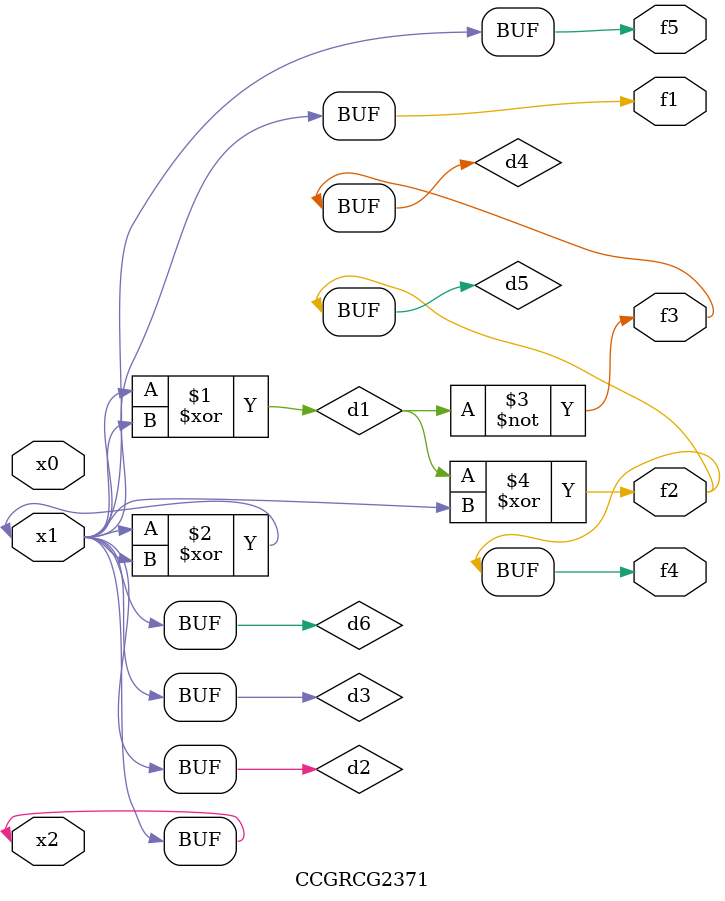
<source format=v>
module CCGRCG2371(
	input x0, x1, x2,
	output f1, f2, f3, f4, f5
);

	wire d1, d2, d3, d4, d5, d6;

	xor (d1, x1, x2);
	buf (d2, x1, x2);
	xor (d3, x1, x2);
	nor (d4, d1);
	xor (d5, d1, d2);
	buf (d6, d2, d3);
	assign f1 = d6;
	assign f2 = d5;
	assign f3 = d4;
	assign f4 = d5;
	assign f5 = d6;
endmodule

</source>
